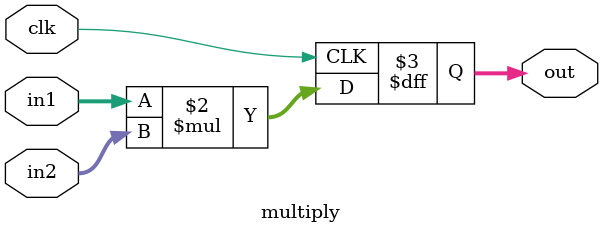
<source format=v>
`timescale 1ns / 1ps


module multiply(
        input clk,
        input [63:0] in1,
        input [63:0] in2,
        output reg [127:0] out
    );
    
    always @(posedge clk) begin
        out = in1*in2;
    end
    
endmodule

</source>
